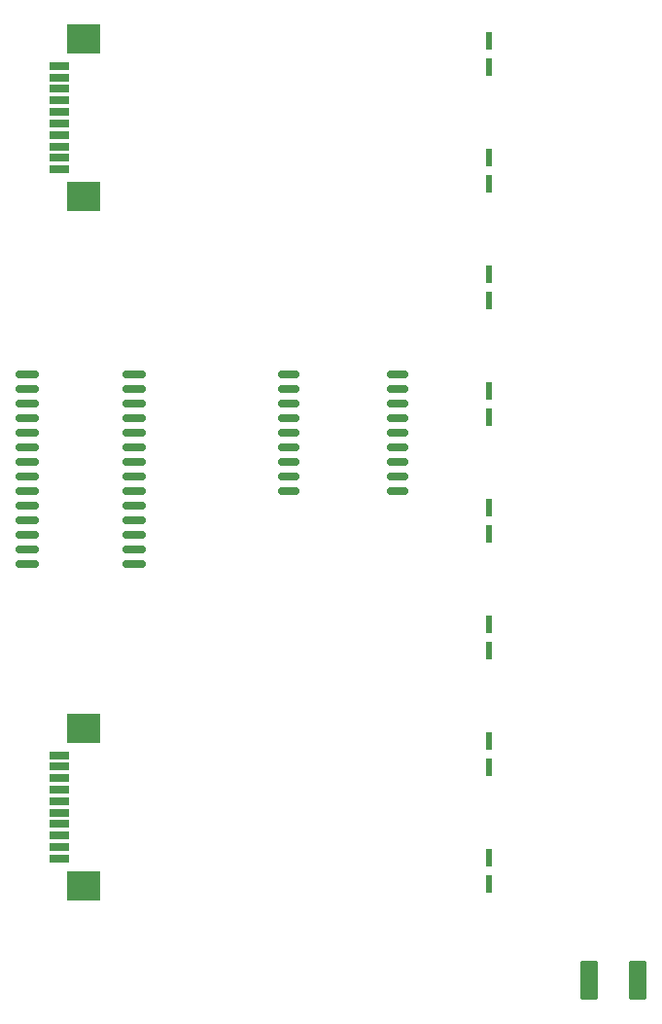
<source format=gbr>
%TF.GenerationSoftware,KiCad,Pcbnew,8.0.6-8.0.6-0~ubuntu24.04.1*%
%TF.CreationDate,2024-12-11T16:29:19+03:00*%
%TF.ProjectId,PM-RQ8,504d2d52-5138-42e6-9b69-6361645f7063,rev?*%
%TF.SameCoordinates,Original*%
%TF.FileFunction,Paste,Top*%
%TF.FilePolarity,Positive*%
%FSLAX46Y46*%
G04 Gerber Fmt 4.6, Leading zero omitted, Abs format (unit mm)*
G04 Created by KiCad (PCBNEW 8.0.6-8.0.6-0~ubuntu24.04.1) date 2024-12-11 16:29:19*
%MOMM*%
%LPD*%
G01*
G04 APERTURE LIST*
G04 Aperture macros list*
%AMRoundRect*
0 Rectangle with rounded corners*
0 $1 Rounding radius*
0 $2 $3 $4 $5 $6 $7 $8 $9 X,Y pos of 4 corners*
0 Add a 4 corners polygon primitive as box body*
4,1,4,$2,$3,$4,$5,$6,$7,$8,$9,$2,$3,0*
0 Add four circle primitives for the rounded corners*
1,1,$1+$1,$2,$3*
1,1,$1+$1,$4,$5*
1,1,$1+$1,$6,$7*
1,1,$1+$1,$8,$9*
0 Add four rect primitives between the rounded corners*
20,1,$1+$1,$2,$3,$4,$5,0*
20,1,$1+$1,$4,$5,$6,$7,0*
20,1,$1+$1,$6,$7,$8,$9,0*
20,1,$1+$1,$8,$9,$2,$3,0*%
G04 Aperture macros list end*
%ADD10R,0.533400X1.524000*%
%ADD11R,1.803400X0.635000*%
%ADD12R,2.997200X2.590800*%
%ADD13RoundRect,0.150000X-0.800000X-0.150000X0.800000X-0.150000X0.800000X0.150000X-0.800000X0.150000X0*%
%ADD14RoundRect,0.150000X-0.875000X-0.150000X0.875000X-0.150000X0.875000X0.150000X-0.875000X0.150000X0*%
%ADD15RoundRect,0.250000X0.537500X1.450000X-0.537500X1.450000X-0.537500X-1.450000X0.537500X-1.450000X0*%
G04 APERTURE END LIST*
D10*
%TO.C,D4*%
X-5080000Y6223000D03*
X-5080000Y3937000D03*
%TD*%
D11*
%TO.C,J9*%
X-42556000Y-34499991D03*
X-42556000Y-33499993D03*
X-42556000Y-32499995D03*
X-42556000Y-31499997D03*
X-42556000Y-30499999D03*
X-42556000Y-29500001D03*
X-42556000Y-28500003D03*
X-42556000Y-27500005D03*
X-42556000Y-26500007D03*
X-42556000Y-25500009D03*
D12*
X-40385999Y-36850002D03*
X-40385999Y-23149998D03*
%TD*%
D13*
%TO.C,U1*%
X-22505000Y7620000D03*
X-22505000Y6350000D03*
X-22505000Y5080000D03*
X-22505000Y3810000D03*
X-22505000Y2540000D03*
X-22505000Y1270000D03*
X-22505000Y0D03*
X-22505000Y-1270000D03*
X-22505000Y-2540000D03*
X-13055000Y-2540000D03*
X-13055000Y-1270000D03*
X-13055000Y0D03*
X-13055000Y1270000D03*
X-13055000Y2540000D03*
X-13055000Y3810000D03*
X-13055000Y5080000D03*
X-13055000Y6350000D03*
X-13055000Y7620000D03*
%TD*%
D10*
%TO.C,D8*%
X-5080000Y-34417000D03*
X-5080000Y-36703000D03*
%TD*%
%TO.C,D1*%
X-5080000Y36703000D03*
X-5080000Y34417000D03*
%TD*%
%TO.C,D5*%
X-5080000Y-3937000D03*
X-5080000Y-6223000D03*
%TD*%
%TO.C,D3*%
X-5080000Y16383000D03*
X-5080000Y14097000D03*
%TD*%
D14*
%TO.C,U2*%
X-45290000Y7620000D03*
X-45290000Y6350000D03*
X-45290000Y5080000D03*
X-45290000Y3810000D03*
X-45290000Y2540000D03*
X-45290000Y1270000D03*
X-45290000Y0D03*
X-45290000Y-1270000D03*
X-45290000Y-2540000D03*
X-45290000Y-3810000D03*
X-45290000Y-5080000D03*
X-45290000Y-6350000D03*
X-45290000Y-7620000D03*
X-45290000Y-8890000D03*
X-35990000Y-8890000D03*
X-35990000Y-7620000D03*
X-35990000Y-6350000D03*
X-35990000Y-5080000D03*
X-35990000Y-3810000D03*
X-35990000Y-2540000D03*
X-35990000Y-1270000D03*
X-35990000Y0D03*
X-35990000Y1270000D03*
X-35990000Y2540000D03*
X-35990000Y3810000D03*
X-35990000Y5080000D03*
X-35990000Y6350000D03*
X-35990000Y7620000D03*
%TD*%
D15*
%TO.C,C1*%
X7852500Y-45085000D03*
X3577500Y-45085000D03*
%TD*%
D11*
%TO.C,J2*%
X-42556000Y25500009D03*
X-42556000Y26500007D03*
X-42556000Y27500005D03*
X-42556000Y28500003D03*
X-42556000Y29500001D03*
X-42556000Y30499999D03*
X-42556000Y31499997D03*
X-42556000Y32499995D03*
X-42556000Y33499993D03*
X-42556000Y34499991D03*
D12*
X-40385999Y23149998D03*
X-40385999Y36850002D03*
%TD*%
D10*
%TO.C,D7*%
X-5080000Y-24257000D03*
X-5080000Y-26543000D03*
%TD*%
%TO.C,D6*%
X-5080000Y-14097000D03*
X-5080000Y-16383000D03*
%TD*%
%TO.C,D2*%
X-5080000Y26543000D03*
X-5080000Y24257000D03*
%TD*%
M02*

</source>
